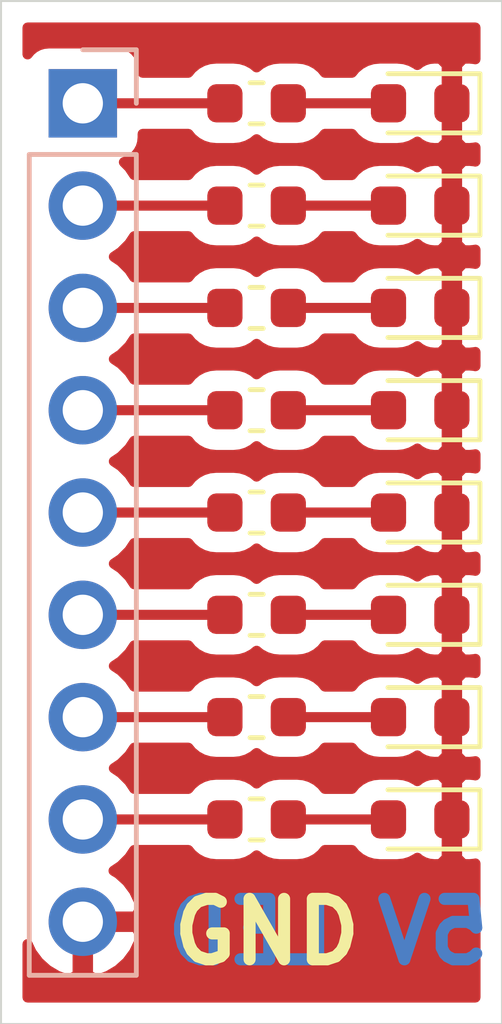
<source format=kicad_pcb>
(kicad_pcb (version 20171130) (host pcbnew "(5.1.5)-3")

  (general
    (thickness 1.6)
    (drawings 6)
    (tracks 16)
    (zones 0)
    (modules 17)
    (nets 18)
  )

  (page A4)
  (layers
    (0 F.Cu signal)
    (31 B.Cu signal)
    (32 B.Adhes user)
    (33 F.Adhes user)
    (34 B.Paste user)
    (35 F.Paste user)
    (36 B.SilkS user)
    (37 F.SilkS user)
    (38 B.Mask user)
    (39 F.Mask user)
    (40 Dwgs.User user)
    (41 Cmts.User user)
    (42 Eco1.User user)
    (43 Eco2.User user)
    (44 Edge.Cuts user)
    (45 Margin user)
    (46 B.CrtYd user)
    (47 F.CrtYd user)
    (48 B.Fab user)
    (49 F.Fab user)
  )

  (setup
    (last_trace_width 0.25)
    (trace_clearance 0.25)
    (zone_clearance 0.508)
    (zone_45_only yes)
    (trace_min 0.25)
    (via_size 0.8)
    (via_drill 0.4)
    (via_min_size 0.4)
    (via_min_drill 0.3)
    (uvia_size 0.3)
    (uvia_drill 0.1)
    (uvias_allowed no)
    (uvia_min_size 0.2)
    (uvia_min_drill 0.1)
    (edge_width 0.05)
    (segment_width 0.2)
    (pcb_text_width 0.3)
    (pcb_text_size 1.5 1.5)
    (mod_edge_width 0.12)
    (mod_text_size 1 1)
    (mod_text_width 0.15)
    (pad_size 1.524 1.524)
    (pad_drill 0.762)
    (pad_to_mask_clearance 0.051)
    (solder_mask_min_width 0.25)
    (aux_axis_origin 0 0)
    (visible_elements 7FFFFFFF)
    (pcbplotparams
      (layerselection 0x010fc_ffffffff)
      (usegerberextensions false)
      (usegerberattributes false)
      (usegerberadvancedattributes false)
      (creategerberjobfile false)
      (excludeedgelayer true)
      (linewidth 0.100000)
      (plotframeref false)
      (viasonmask false)
      (mode 1)
      (useauxorigin false)
      (hpglpennumber 1)
      (hpglpenspeed 20)
      (hpglpendiameter 15.000000)
      (psnegative false)
      (psa4output false)
      (plotreference true)
      (plotvalue true)
      (plotinvisibletext false)
      (padsonsilk false)
      (subtractmaskfromsilk false)
      (outputformat 1)
      (mirror false)
      (drillshape 0)
      (scaleselection 1)
      (outputdirectory "C:/Users/dan/Desktop/"))
  )

  (net 0 "")
  (net 1 "Net-(D1-Pad2)")
  (net 2 GND)
  (net 3 "Net-(D2-Pad2)")
  (net 4 "Net-(D3-Pad2)")
  (net 5 "Net-(D4-Pad2)")
  (net 6 "Net-(D5-Pad2)")
  (net 7 "Net-(D6-Pad2)")
  (net 8 "Net-(D7-Pad2)")
  (net 9 "Net-(D8-Pad2)")
  (net 10 "Net-(J1-Pad8)")
  (net 11 "Net-(J1-Pad7)")
  (net 12 "Net-(J1-Pad6)")
  (net 13 "Net-(J1-Pad5)")
  (net 14 "Net-(J1-Pad4)")
  (net 15 "Net-(J1-Pad3)")
  (net 16 "Net-(J1-Pad2)")
  (net 17 "Net-(J1-Pad1)")

  (net_class Default "This is the default net class."
    (clearance 0.25)
    (trace_width 0.25)
    (via_dia 0.8)
    (via_drill 0.4)
    (uvia_dia 0.3)
    (uvia_drill 0.1)
    (diff_pair_width 0.25)
    (diff_pair_gap 0.25)
    (add_net GND)
    (add_net "Net-(D1-Pad2)")
    (add_net "Net-(D2-Pad2)")
    (add_net "Net-(D3-Pad2)")
    (add_net "Net-(D4-Pad2)")
    (add_net "Net-(D5-Pad2)")
    (add_net "Net-(D6-Pad2)")
    (add_net "Net-(D7-Pad2)")
    (add_net "Net-(D8-Pad2)")
    (add_net "Net-(J1-Pad1)")
    (add_net "Net-(J1-Pad2)")
    (add_net "Net-(J1-Pad3)")
    (add_net "Net-(J1-Pad4)")
    (add_net "Net-(J1-Pad5)")
    (add_net "Net-(J1-Pad6)")
    (add_net "Net-(J1-Pad7)")
    (add_net "Net-(J1-Pad8)")
  )

  (module Connector_PinHeader_2.54mm:PinHeader_1x09_P2.54mm_Vertical (layer B.Cu) (tedit 59FED5CC) (tstamp 5E36A1FD)
    (at 137.922 96.52 180)
    (descr "Through hole straight pin header, 1x09, 2.54mm pitch, single row")
    (tags "Through hole pin header THT 1x09 2.54mm single row")
    (path /5E3BA336)
    (fp_text reference J1 (at 0 2.33) (layer B.SilkS) hide
      (effects (font (size 1 1) (thickness 0.15)) (justify mirror))
    )
    (fp_text value Conn_01x09 (at 0 -22.65) (layer B.Fab) hide
      (effects (font (size 1 1) (thickness 0.15)) (justify mirror))
    )
    (fp_text user %R (at 0 -10.16 270) (layer B.Fab)
      (effects (font (size 1 1) (thickness 0.15)) (justify mirror))
    )
    (fp_line (start 1.8 1.8) (end -1.8 1.8) (layer B.CrtYd) (width 0.05))
    (fp_line (start 1.8 -22.1) (end 1.8 1.8) (layer B.CrtYd) (width 0.05))
    (fp_line (start -1.8 -22.1) (end 1.8 -22.1) (layer B.CrtYd) (width 0.05))
    (fp_line (start -1.8 1.8) (end -1.8 -22.1) (layer B.CrtYd) (width 0.05))
    (fp_line (start -1.33 1.33) (end 0 1.33) (layer B.SilkS) (width 0.12))
    (fp_line (start -1.33 0) (end -1.33 1.33) (layer B.SilkS) (width 0.12))
    (fp_line (start -1.33 -1.27) (end 1.33 -1.27) (layer B.SilkS) (width 0.12))
    (fp_line (start 1.33 -1.27) (end 1.33 -21.65) (layer B.SilkS) (width 0.12))
    (fp_line (start -1.33 -1.27) (end -1.33 -21.65) (layer B.SilkS) (width 0.12))
    (fp_line (start -1.33 -21.65) (end 1.33 -21.65) (layer B.SilkS) (width 0.12))
    (fp_line (start -1.27 0.635) (end -0.635 1.27) (layer B.Fab) (width 0.1))
    (fp_line (start -1.27 -21.59) (end -1.27 0.635) (layer B.Fab) (width 0.1))
    (fp_line (start 1.27 -21.59) (end -1.27 -21.59) (layer B.Fab) (width 0.1))
    (fp_line (start 1.27 1.27) (end 1.27 -21.59) (layer B.Fab) (width 0.1))
    (fp_line (start -0.635 1.27) (end 1.27 1.27) (layer B.Fab) (width 0.1))
    (pad 9 thru_hole oval (at 0 -20.32 180) (size 1.7 1.7) (drill 1) (layers *.Cu *.Mask)
      (net 2 GND))
    (pad 8 thru_hole oval (at 0 -17.78 180) (size 1.7 1.7) (drill 1) (layers *.Cu *.Mask)
      (net 10 "Net-(J1-Pad8)"))
    (pad 7 thru_hole oval (at 0 -15.24 180) (size 1.7 1.7) (drill 1) (layers *.Cu *.Mask)
      (net 11 "Net-(J1-Pad7)"))
    (pad 6 thru_hole oval (at 0 -12.7 180) (size 1.7 1.7) (drill 1) (layers *.Cu *.Mask)
      (net 12 "Net-(J1-Pad6)"))
    (pad 5 thru_hole oval (at 0 -10.16 180) (size 1.7 1.7) (drill 1) (layers *.Cu *.Mask)
      (net 13 "Net-(J1-Pad5)"))
    (pad 4 thru_hole oval (at 0 -7.62 180) (size 1.7 1.7) (drill 1) (layers *.Cu *.Mask)
      (net 14 "Net-(J1-Pad4)"))
    (pad 3 thru_hole oval (at 0 -5.08 180) (size 1.7 1.7) (drill 1) (layers *.Cu *.Mask)
      (net 15 "Net-(J1-Pad3)"))
    (pad 2 thru_hole oval (at 0 -2.54 180) (size 1.7 1.7) (drill 1) (layers *.Cu *.Mask)
      (net 16 "Net-(J1-Pad2)"))
    (pad 1 thru_hole rect (at 0 0 180) (size 1.7 1.7) (drill 1) (layers *.Cu *.Mask)
      (net 17 "Net-(J1-Pad1)"))
    (model ${KISYS3DMOD}/Connector_PinHeader_2.54mm.3dshapes/PinHeader_1x09_P2.54mm_Vertical.wrl
      (at (xyz 0 0 0))
      (scale (xyz 1 1 1))
      (rotate (xyz 0 0 0))
    )
  )

  (module Resistor_SMD:R_0603_1608Metric (layer F.Cu) (tedit 5B301BBD) (tstamp 5E36A285)
    (at 142.24 114.3)
    (descr "Resistor SMD 0603 (1608 Metric), square (rectangular) end terminal, IPC_7351 nominal, (Body size source: http://www.tortai-tech.com/upload/download/2011102023233369053.pdf), generated with kicad-footprint-generator")
    (tags resistor)
    (path /5E36E5E3)
    (attr smd)
    (fp_text reference R8 (at 0 -1.43) (layer F.SilkS) hide
      (effects (font (size 1 1) (thickness 0.15)))
    )
    (fp_text value 120 (at 0 1.43) (layer F.Fab) hide
      (effects (font (size 1 1) (thickness 0.15)))
    )
    (fp_text user %R (at 0 0) (layer F.Fab) hide
      (effects (font (size 0.4 0.4) (thickness 0.06)))
    )
    (fp_line (start 1.48 0.73) (end -1.48 0.73) (layer F.CrtYd) (width 0.05))
    (fp_line (start 1.48 -0.73) (end 1.48 0.73) (layer F.CrtYd) (width 0.05))
    (fp_line (start -1.48 -0.73) (end 1.48 -0.73) (layer F.CrtYd) (width 0.05))
    (fp_line (start -1.48 0.73) (end -1.48 -0.73) (layer F.CrtYd) (width 0.05))
    (fp_line (start -0.162779 0.51) (end 0.162779 0.51) (layer F.SilkS) (width 0.12))
    (fp_line (start -0.162779 -0.51) (end 0.162779 -0.51) (layer F.SilkS) (width 0.12))
    (fp_line (start 0.8 0.4) (end -0.8 0.4) (layer F.Fab) (width 0.1))
    (fp_line (start 0.8 -0.4) (end 0.8 0.4) (layer F.Fab) (width 0.1))
    (fp_line (start -0.8 -0.4) (end 0.8 -0.4) (layer F.Fab) (width 0.1))
    (fp_line (start -0.8 0.4) (end -0.8 -0.4) (layer F.Fab) (width 0.1))
    (pad 2 smd roundrect (at 0.7875 0) (size 0.875 0.95) (layers F.Cu F.Paste F.Mask) (roundrect_rratio 0.25)
      (net 9 "Net-(D8-Pad2)"))
    (pad 1 smd roundrect (at -0.7875 0) (size 0.875 0.95) (layers F.Cu F.Paste F.Mask) (roundrect_rratio 0.25)
      (net 10 "Net-(J1-Pad8)"))
    (model ${KISYS3DMOD}/Resistor_SMD.3dshapes/R_0603_1608Metric.wrl
      (at (xyz 0 0 0))
      (scale (xyz 1 1 1))
      (rotate (xyz 0 0 0))
    )
  )

  (module Resistor_SMD:R_0603_1608Metric (layer F.Cu) (tedit 5B301BBD) (tstamp 5E36A274)
    (at 142.24 111.76)
    (descr "Resistor SMD 0603 (1608 Metric), square (rectangular) end terminal, IPC_7351 nominal, (Body size source: http://www.tortai-tech.com/upload/download/2011102023233369053.pdf), generated with kicad-footprint-generator")
    (tags resistor)
    (path /5E3C08A3)
    (attr smd)
    (fp_text reference R7 (at 0 -1.43) (layer F.SilkS) hide
      (effects (font (size 1 1) (thickness 0.15)))
    )
    (fp_text value 120 (at 0 1.43) (layer F.Fab) hide
      (effects (font (size 1 1) (thickness 0.15)))
    )
    (fp_text user %R (at 0 0) (layer F.Fab) hide
      (effects (font (size 0.4 0.4) (thickness 0.06)))
    )
    (fp_line (start 1.48 0.73) (end -1.48 0.73) (layer F.CrtYd) (width 0.05))
    (fp_line (start 1.48 -0.73) (end 1.48 0.73) (layer F.CrtYd) (width 0.05))
    (fp_line (start -1.48 -0.73) (end 1.48 -0.73) (layer F.CrtYd) (width 0.05))
    (fp_line (start -1.48 0.73) (end -1.48 -0.73) (layer F.CrtYd) (width 0.05))
    (fp_line (start -0.162779 0.51) (end 0.162779 0.51) (layer F.SilkS) (width 0.12))
    (fp_line (start -0.162779 -0.51) (end 0.162779 -0.51) (layer F.SilkS) (width 0.12))
    (fp_line (start 0.8 0.4) (end -0.8 0.4) (layer F.Fab) (width 0.1))
    (fp_line (start 0.8 -0.4) (end 0.8 0.4) (layer F.Fab) (width 0.1))
    (fp_line (start -0.8 -0.4) (end 0.8 -0.4) (layer F.Fab) (width 0.1))
    (fp_line (start -0.8 0.4) (end -0.8 -0.4) (layer F.Fab) (width 0.1))
    (pad 2 smd roundrect (at 0.7875 0) (size 0.875 0.95) (layers F.Cu F.Paste F.Mask) (roundrect_rratio 0.25)
      (net 8 "Net-(D7-Pad2)"))
    (pad 1 smd roundrect (at -0.7875 0) (size 0.875 0.95) (layers F.Cu F.Paste F.Mask) (roundrect_rratio 0.25)
      (net 11 "Net-(J1-Pad7)"))
    (model ${KISYS3DMOD}/Resistor_SMD.3dshapes/R_0603_1608Metric.wrl
      (at (xyz 0 0 0))
      (scale (xyz 1 1 1))
      (rotate (xyz 0 0 0))
    )
  )

  (module Resistor_SMD:R_0603_1608Metric (layer F.Cu) (tedit 5B301BBD) (tstamp 5E36A263)
    (at 142.24 109.22)
    (descr "Resistor SMD 0603 (1608 Metric), square (rectangular) end terminal, IPC_7351 nominal, (Body size source: http://www.tortai-tech.com/upload/download/2011102023233369053.pdf), generated with kicad-footprint-generator")
    (tags resistor)
    (path /5E3C3BAE)
    (attr smd)
    (fp_text reference R6 (at 0 -1.43) (layer F.SilkS) hide
      (effects (font (size 1 1) (thickness 0.15)))
    )
    (fp_text value 120 (at 0 1.43) (layer F.Fab) hide
      (effects (font (size 1 1) (thickness 0.15)))
    )
    (fp_text user %R (at 0 0) (layer F.Fab) hide
      (effects (font (size 0.4 0.4) (thickness 0.06)))
    )
    (fp_line (start 1.48 0.73) (end -1.48 0.73) (layer F.CrtYd) (width 0.05))
    (fp_line (start 1.48 -0.73) (end 1.48 0.73) (layer F.CrtYd) (width 0.05))
    (fp_line (start -1.48 -0.73) (end 1.48 -0.73) (layer F.CrtYd) (width 0.05))
    (fp_line (start -1.48 0.73) (end -1.48 -0.73) (layer F.CrtYd) (width 0.05))
    (fp_line (start -0.162779 0.51) (end 0.162779 0.51) (layer F.SilkS) (width 0.12))
    (fp_line (start -0.162779 -0.51) (end 0.162779 -0.51) (layer F.SilkS) (width 0.12))
    (fp_line (start 0.8 0.4) (end -0.8 0.4) (layer F.Fab) (width 0.1))
    (fp_line (start 0.8 -0.4) (end 0.8 0.4) (layer F.Fab) (width 0.1))
    (fp_line (start -0.8 -0.4) (end 0.8 -0.4) (layer F.Fab) (width 0.1))
    (fp_line (start -0.8 0.4) (end -0.8 -0.4) (layer F.Fab) (width 0.1))
    (pad 2 smd roundrect (at 0.7875 0) (size 0.875 0.95) (layers F.Cu F.Paste F.Mask) (roundrect_rratio 0.25)
      (net 7 "Net-(D6-Pad2)"))
    (pad 1 smd roundrect (at -0.7875 0) (size 0.875 0.95) (layers F.Cu F.Paste F.Mask) (roundrect_rratio 0.25)
      (net 12 "Net-(J1-Pad6)"))
    (model ${KISYS3DMOD}/Resistor_SMD.3dshapes/R_0603_1608Metric.wrl
      (at (xyz 0 0 0))
      (scale (xyz 1 1 1))
      (rotate (xyz 0 0 0))
    )
  )

  (module Resistor_SMD:R_0603_1608Metric (layer F.Cu) (tedit 5B301BBD) (tstamp 5E36A252)
    (at 142.24 106.68)
    (descr "Resistor SMD 0603 (1608 Metric), square (rectangular) end terminal, IPC_7351 nominal, (Body size source: http://www.tortai-tech.com/upload/download/2011102023233369053.pdf), generated with kicad-footprint-generator")
    (tags resistor)
    (path /5E3C4D5E)
    (attr smd)
    (fp_text reference R5 (at 0 -1.43) (layer F.SilkS) hide
      (effects (font (size 1 1) (thickness 0.15)))
    )
    (fp_text value 120 (at 0 1.43) (layer F.Fab) hide
      (effects (font (size 1 1) (thickness 0.15)))
    )
    (fp_text user %R (at 0 0) (layer F.Fab) hide
      (effects (font (size 0.4 0.4) (thickness 0.06)))
    )
    (fp_line (start 1.48 0.73) (end -1.48 0.73) (layer F.CrtYd) (width 0.05))
    (fp_line (start 1.48 -0.73) (end 1.48 0.73) (layer F.CrtYd) (width 0.05))
    (fp_line (start -1.48 -0.73) (end 1.48 -0.73) (layer F.CrtYd) (width 0.05))
    (fp_line (start -1.48 0.73) (end -1.48 -0.73) (layer F.CrtYd) (width 0.05))
    (fp_line (start -0.162779 0.51) (end 0.162779 0.51) (layer F.SilkS) (width 0.12))
    (fp_line (start -0.162779 -0.51) (end 0.162779 -0.51) (layer F.SilkS) (width 0.12))
    (fp_line (start 0.8 0.4) (end -0.8 0.4) (layer F.Fab) (width 0.1))
    (fp_line (start 0.8 -0.4) (end 0.8 0.4) (layer F.Fab) (width 0.1))
    (fp_line (start -0.8 -0.4) (end 0.8 -0.4) (layer F.Fab) (width 0.1))
    (fp_line (start -0.8 0.4) (end -0.8 -0.4) (layer F.Fab) (width 0.1))
    (pad 2 smd roundrect (at 0.7875 0) (size 0.875 0.95) (layers F.Cu F.Paste F.Mask) (roundrect_rratio 0.25)
      (net 6 "Net-(D5-Pad2)"))
    (pad 1 smd roundrect (at -0.7875 0) (size 0.875 0.95) (layers F.Cu F.Paste F.Mask) (roundrect_rratio 0.25)
      (net 13 "Net-(J1-Pad5)"))
    (model ${KISYS3DMOD}/Resistor_SMD.3dshapes/R_0603_1608Metric.wrl
      (at (xyz 0 0 0))
      (scale (xyz 1 1 1))
      (rotate (xyz 0 0 0))
    )
  )

  (module Resistor_SMD:R_0603_1608Metric (layer F.Cu) (tedit 5B301BBD) (tstamp 5E36A241)
    (at 142.24 104.14)
    (descr "Resistor SMD 0603 (1608 Metric), square (rectangular) end terminal, IPC_7351 nominal, (Body size source: http://www.tortai-tech.com/upload/download/2011102023233369053.pdf), generated with kicad-footprint-generator")
    (tags resistor)
    (path /5E3C611C)
    (attr smd)
    (fp_text reference R4 (at 0 -1.43) (layer F.SilkS) hide
      (effects (font (size 1 1) (thickness 0.15)))
    )
    (fp_text value 120 (at 0 1.43) (layer F.Fab) hide
      (effects (font (size 1 1) (thickness 0.15)))
    )
    (fp_line (start -0.8 0.4) (end -0.8 -0.4) (layer F.Fab) (width 0.1))
    (fp_line (start -0.8 -0.4) (end 0.8 -0.4) (layer F.Fab) (width 0.1))
    (fp_line (start 0.8 -0.4) (end 0.8 0.4) (layer F.Fab) (width 0.1))
    (fp_line (start 0.8 0.4) (end -0.8 0.4) (layer F.Fab) (width 0.1))
    (fp_line (start -0.162779 -0.51) (end 0.162779 -0.51) (layer F.SilkS) (width 0.12))
    (fp_line (start -0.162779 0.51) (end 0.162779 0.51) (layer F.SilkS) (width 0.12))
    (fp_line (start -1.48 0.73) (end -1.48 -0.73) (layer F.CrtYd) (width 0.05))
    (fp_line (start -1.48 -0.73) (end 1.48 -0.73) (layer F.CrtYd) (width 0.05))
    (fp_line (start 1.48 -0.73) (end 1.48 0.73) (layer F.CrtYd) (width 0.05))
    (fp_line (start 1.48 0.73) (end -1.48 0.73) (layer F.CrtYd) (width 0.05))
    (fp_text user %R (at 0 0) (layer F.Fab) hide
      (effects (font (size 0.4 0.4) (thickness 0.06)))
    )
    (pad 1 smd roundrect (at -0.7875 0) (size 0.875 0.95) (layers F.Cu F.Paste F.Mask) (roundrect_rratio 0.25)
      (net 14 "Net-(J1-Pad4)"))
    (pad 2 smd roundrect (at 0.7875 0) (size 0.875 0.95) (layers F.Cu F.Paste F.Mask) (roundrect_rratio 0.25)
      (net 5 "Net-(D4-Pad2)"))
    (model ${KISYS3DMOD}/Resistor_SMD.3dshapes/R_0603_1608Metric.wrl
      (at (xyz 0 0 0))
      (scale (xyz 1 1 1))
      (rotate (xyz 0 0 0))
    )
  )

  (module Resistor_SMD:R_0603_1608Metric (layer F.Cu) (tedit 5B301BBD) (tstamp 5E36A230)
    (at 142.24 101.6)
    (descr "Resistor SMD 0603 (1608 Metric), square (rectangular) end terminal, IPC_7351 nominal, (Body size source: http://www.tortai-tech.com/upload/download/2011102023233369053.pdf), generated with kicad-footprint-generator")
    (tags resistor)
    (path /5E3C75D9)
    (attr smd)
    (fp_text reference R3 (at 0 -1.43) (layer F.SilkS) hide
      (effects (font (size 1 1) (thickness 0.15)))
    )
    (fp_text value 120 (at 0 1.43) (layer F.Fab) hide
      (effects (font (size 1 1) (thickness 0.15)))
    )
    (fp_text user %R (at 0 0) (layer F.Fab) hide
      (effects (font (size 0.4 0.4) (thickness 0.06)))
    )
    (fp_line (start 1.48 0.73) (end -1.48 0.73) (layer F.CrtYd) (width 0.05))
    (fp_line (start 1.48 -0.73) (end 1.48 0.73) (layer F.CrtYd) (width 0.05))
    (fp_line (start -1.48 -0.73) (end 1.48 -0.73) (layer F.CrtYd) (width 0.05))
    (fp_line (start -1.48 0.73) (end -1.48 -0.73) (layer F.CrtYd) (width 0.05))
    (fp_line (start -0.162779 0.51) (end 0.162779 0.51) (layer F.SilkS) (width 0.12))
    (fp_line (start -0.162779 -0.51) (end 0.162779 -0.51) (layer F.SilkS) (width 0.12))
    (fp_line (start 0.8 0.4) (end -0.8 0.4) (layer F.Fab) (width 0.1))
    (fp_line (start 0.8 -0.4) (end 0.8 0.4) (layer F.Fab) (width 0.1))
    (fp_line (start -0.8 -0.4) (end 0.8 -0.4) (layer F.Fab) (width 0.1))
    (fp_line (start -0.8 0.4) (end -0.8 -0.4) (layer F.Fab) (width 0.1))
    (pad 2 smd roundrect (at 0.7875 0) (size 0.875 0.95) (layers F.Cu F.Paste F.Mask) (roundrect_rratio 0.25)
      (net 4 "Net-(D3-Pad2)"))
    (pad 1 smd roundrect (at -0.7875 0) (size 0.875 0.95) (layers F.Cu F.Paste F.Mask) (roundrect_rratio 0.25)
      (net 15 "Net-(J1-Pad3)"))
    (model ${KISYS3DMOD}/Resistor_SMD.3dshapes/R_0603_1608Metric.wrl
      (at (xyz 0 0 0))
      (scale (xyz 1 1 1))
      (rotate (xyz 0 0 0))
    )
  )

  (module Resistor_SMD:R_0603_1608Metric (layer F.Cu) (tedit 5B301BBD) (tstamp 5E36A21F)
    (at 142.24 99.06)
    (descr "Resistor SMD 0603 (1608 Metric), square (rectangular) end terminal, IPC_7351 nominal, (Body size source: http://www.tortai-tech.com/upload/download/2011102023233369053.pdf), generated with kicad-footprint-generator")
    (tags resistor)
    (path /5E3C8C19)
    (attr smd)
    (fp_text reference R2 (at 0 -1.43) (layer F.SilkS) hide
      (effects (font (size 1 1) (thickness 0.15)))
    )
    (fp_text value 120 (at 0 1.43) (layer F.Fab) hide
      (effects (font (size 1 1) (thickness 0.15)))
    )
    (fp_text user %R (at 0 0) (layer F.Fab) hide
      (effects (font (size 0.4 0.4) (thickness 0.06)))
    )
    (fp_line (start 1.48 0.73) (end -1.48 0.73) (layer F.CrtYd) (width 0.05))
    (fp_line (start 1.48 -0.73) (end 1.48 0.73) (layer F.CrtYd) (width 0.05))
    (fp_line (start -1.48 -0.73) (end 1.48 -0.73) (layer F.CrtYd) (width 0.05))
    (fp_line (start -1.48 0.73) (end -1.48 -0.73) (layer F.CrtYd) (width 0.05))
    (fp_line (start -0.162779 0.51) (end 0.162779 0.51) (layer F.SilkS) (width 0.12))
    (fp_line (start -0.162779 -0.51) (end 0.162779 -0.51) (layer F.SilkS) (width 0.12))
    (fp_line (start 0.8 0.4) (end -0.8 0.4) (layer F.Fab) (width 0.1))
    (fp_line (start 0.8 -0.4) (end 0.8 0.4) (layer F.Fab) (width 0.1))
    (fp_line (start -0.8 -0.4) (end 0.8 -0.4) (layer F.Fab) (width 0.1))
    (fp_line (start -0.8 0.4) (end -0.8 -0.4) (layer F.Fab) (width 0.1))
    (pad 2 smd roundrect (at 0.7875 0) (size 0.875 0.95) (layers F.Cu F.Paste F.Mask) (roundrect_rratio 0.25)
      (net 3 "Net-(D2-Pad2)"))
    (pad 1 smd roundrect (at -0.7875 0) (size 0.875 0.95) (layers F.Cu F.Paste F.Mask) (roundrect_rratio 0.25)
      (net 16 "Net-(J1-Pad2)"))
    (model ${KISYS3DMOD}/Resistor_SMD.3dshapes/R_0603_1608Metric.wrl
      (at (xyz 0 0 0))
      (scale (xyz 1 1 1))
      (rotate (xyz 0 0 0))
    )
  )

  (module Resistor_SMD:R_0603_1608Metric (layer F.Cu) (tedit 5B301BBD) (tstamp 5E36A20E)
    (at 142.24 96.52)
    (descr "Resistor SMD 0603 (1608 Metric), square (rectangular) end terminal, IPC_7351 nominal, (Body size source: http://www.tortai-tech.com/upload/download/2011102023233369053.pdf), generated with kicad-footprint-generator")
    (tags resistor)
    (path /5E3C9E2A)
    (attr smd)
    (fp_text reference R1 (at 0 -1.43) (layer F.SilkS) hide
      (effects (font (size 1 1) (thickness 0.15)))
    )
    (fp_text value 120 (at 0 1.43) (layer F.Fab) hide
      (effects (font (size 1 1) (thickness 0.15)))
    )
    (fp_text user %R (at 0 0) (layer F.Fab) hide
      (effects (font (size 0.4 0.4) (thickness 0.06)))
    )
    (fp_line (start 1.48 0.73) (end -1.48 0.73) (layer F.CrtYd) (width 0.05))
    (fp_line (start 1.48 -0.73) (end 1.48 0.73) (layer F.CrtYd) (width 0.05))
    (fp_line (start -1.48 -0.73) (end 1.48 -0.73) (layer F.CrtYd) (width 0.05))
    (fp_line (start -1.48 0.73) (end -1.48 -0.73) (layer F.CrtYd) (width 0.05))
    (fp_line (start -0.162779 0.51) (end 0.162779 0.51) (layer F.SilkS) (width 0.12))
    (fp_line (start -0.162779 -0.51) (end 0.162779 -0.51) (layer F.SilkS) (width 0.12))
    (fp_line (start 0.8 0.4) (end -0.8 0.4) (layer F.Fab) (width 0.1))
    (fp_line (start 0.8 -0.4) (end 0.8 0.4) (layer F.Fab) (width 0.1))
    (fp_line (start -0.8 -0.4) (end 0.8 -0.4) (layer F.Fab) (width 0.1))
    (fp_line (start -0.8 0.4) (end -0.8 -0.4) (layer F.Fab) (width 0.1))
    (pad 2 smd roundrect (at 0.7875 0) (size 0.875 0.95) (layers F.Cu F.Paste F.Mask) (roundrect_rratio 0.25)
      (net 1 "Net-(D1-Pad2)"))
    (pad 1 smd roundrect (at -0.7875 0) (size 0.875 0.95) (layers F.Cu F.Paste F.Mask) (roundrect_rratio 0.25)
      (net 17 "Net-(J1-Pad1)"))
    (model ${KISYS3DMOD}/Resistor_SMD.3dshapes/R_0603_1608Metric.wrl
      (at (xyz 0 0 0))
      (scale (xyz 1 1 1))
      (rotate (xyz 0 0 0))
    )
  )

  (module LED_SMD:LED_0603_1608Metric (layer F.Cu) (tedit 5B301BBE) (tstamp 5E36A1E0)
    (at 146.304 114.3 180)
    (descr "LED SMD 0603 (1608 Metric), square (rectangular) end terminal, IPC_7351 nominal, (Body size source: http://www.tortai-tech.com/upload/download/2011102023233369053.pdf), generated with kicad-footprint-generator")
    (tags diode)
    (path /5E361342)
    (attr smd)
    (fp_text reference D8 (at 0 -1.43 180) (layer F.SilkS) hide
      (effects (font (size 1 1) (thickness 0.15)))
    )
    (fp_text value LED (at 0 1.43 180) (layer F.Fab) hide
      (effects (font (size 1 1) (thickness 0.15)))
    )
    (fp_text user %R (at 0 0 180) (layer F.Fab) hide
      (effects (font (size 0.4 0.4) (thickness 0.06)))
    )
    (fp_line (start 1.48 0.73) (end -1.48 0.73) (layer F.CrtYd) (width 0.05))
    (fp_line (start 1.48 -0.73) (end 1.48 0.73) (layer F.CrtYd) (width 0.05))
    (fp_line (start -1.48 -0.73) (end 1.48 -0.73) (layer F.CrtYd) (width 0.05))
    (fp_line (start -1.48 0.73) (end -1.48 -0.73) (layer F.CrtYd) (width 0.05))
    (fp_line (start -1.485 0.735) (end 0.8 0.735) (layer F.SilkS) (width 0.12))
    (fp_line (start -1.485 -0.735) (end -1.485 0.735) (layer F.SilkS) (width 0.12))
    (fp_line (start 0.8 -0.735) (end -1.485 -0.735) (layer F.SilkS) (width 0.12))
    (fp_line (start 0.8 0.4) (end 0.8 -0.4) (layer F.Fab) (width 0.1))
    (fp_line (start -0.8 0.4) (end 0.8 0.4) (layer F.Fab) (width 0.1))
    (fp_line (start -0.8 -0.1) (end -0.8 0.4) (layer F.Fab) (width 0.1))
    (fp_line (start -0.5 -0.4) (end -0.8 -0.1) (layer F.Fab) (width 0.1))
    (fp_line (start 0.8 -0.4) (end -0.5 -0.4) (layer F.Fab) (width 0.1))
    (pad 2 smd roundrect (at 0.7875 0 180) (size 0.875 0.95) (layers F.Cu F.Paste F.Mask) (roundrect_rratio 0.25)
      (net 9 "Net-(D8-Pad2)"))
    (pad 1 smd roundrect (at -0.7875 0 180) (size 0.875 0.95) (layers F.Cu F.Paste F.Mask) (roundrect_rratio 0.25)
      (net 2 GND))
    (model ${KISYS3DMOD}/LED_SMD.3dshapes/LED_0603_1608Metric.wrl
      (at (xyz 0 0 0))
      (scale (xyz 1 1 1))
      (rotate (xyz 0 0 0))
    )
  )

  (module LED_SMD:LED_0603_1608Metric (layer F.Cu) (tedit 5B301BBE) (tstamp 5E36A1CD)
    (at 146.304 111.76 180)
    (descr "LED SMD 0603 (1608 Metric), square (rectangular) end terminal, IPC_7351 nominal, (Body size source: http://www.tortai-tech.com/upload/download/2011102023233369053.pdf), generated with kicad-footprint-generator")
    (tags diode)
    (path /5E3C089D)
    (attr smd)
    (fp_text reference D7 (at 0 -1.43 180) (layer F.SilkS) hide
      (effects (font (size 1 1) (thickness 0.15)))
    )
    (fp_text value LED (at 0 1.43 180) (layer F.Fab) hide
      (effects (font (size 1 1) (thickness 0.15)))
    )
    (fp_text user %R (at 0 0 180) (layer F.Fab) hide
      (effects (font (size 0.4 0.4) (thickness 0.06)))
    )
    (fp_line (start 1.48 0.73) (end -1.48 0.73) (layer F.CrtYd) (width 0.05))
    (fp_line (start 1.48 -0.73) (end 1.48 0.73) (layer F.CrtYd) (width 0.05))
    (fp_line (start -1.48 -0.73) (end 1.48 -0.73) (layer F.CrtYd) (width 0.05))
    (fp_line (start -1.48 0.73) (end -1.48 -0.73) (layer F.CrtYd) (width 0.05))
    (fp_line (start -1.485 0.735) (end 0.8 0.735) (layer F.SilkS) (width 0.12))
    (fp_line (start -1.485 -0.735) (end -1.485 0.735) (layer F.SilkS) (width 0.12))
    (fp_line (start 0.8 -0.735) (end -1.485 -0.735) (layer F.SilkS) (width 0.12))
    (fp_line (start 0.8 0.4) (end 0.8 -0.4) (layer F.Fab) (width 0.1))
    (fp_line (start -0.8 0.4) (end 0.8 0.4) (layer F.Fab) (width 0.1))
    (fp_line (start -0.8 -0.1) (end -0.8 0.4) (layer F.Fab) (width 0.1))
    (fp_line (start -0.5 -0.4) (end -0.8 -0.1) (layer F.Fab) (width 0.1))
    (fp_line (start 0.8 -0.4) (end -0.5 -0.4) (layer F.Fab) (width 0.1))
    (pad 2 smd roundrect (at 0.7875 0 180) (size 0.875 0.95) (layers F.Cu F.Paste F.Mask) (roundrect_rratio 0.25)
      (net 8 "Net-(D7-Pad2)"))
    (pad 1 smd roundrect (at -0.7875 0 180) (size 0.875 0.95) (layers F.Cu F.Paste F.Mask) (roundrect_rratio 0.25)
      (net 2 GND))
    (model ${KISYS3DMOD}/LED_SMD.3dshapes/LED_0603_1608Metric.wrl
      (at (xyz 0 0 0))
      (scale (xyz 1 1 1))
      (rotate (xyz 0 0 0))
    )
  )

  (module LED_SMD:LED_0603_1608Metric (layer F.Cu) (tedit 5B301BBE) (tstamp 5E36A1BA)
    (at 146.304 109.22 180)
    (descr "LED SMD 0603 (1608 Metric), square (rectangular) end terminal, IPC_7351 nominal, (Body size source: http://www.tortai-tech.com/upload/download/2011102023233369053.pdf), generated with kicad-footprint-generator")
    (tags diode)
    (path /5E3C3BA8)
    (attr smd)
    (fp_text reference D6 (at 0 -1.43 180) (layer F.SilkS) hide
      (effects (font (size 1 1) (thickness 0.15)))
    )
    (fp_text value LED (at 0 1.43 180) (layer F.Fab) hide
      (effects (font (size 1 1) (thickness 0.15)))
    )
    (fp_text user %R (at 0 0 180) (layer F.Fab) hide
      (effects (font (size 0.4 0.4) (thickness 0.06)))
    )
    (fp_line (start 1.48 0.73) (end -1.48 0.73) (layer F.CrtYd) (width 0.05))
    (fp_line (start 1.48 -0.73) (end 1.48 0.73) (layer F.CrtYd) (width 0.05))
    (fp_line (start -1.48 -0.73) (end 1.48 -0.73) (layer F.CrtYd) (width 0.05))
    (fp_line (start -1.48 0.73) (end -1.48 -0.73) (layer F.CrtYd) (width 0.05))
    (fp_line (start -1.485 0.735) (end 0.8 0.735) (layer F.SilkS) (width 0.12))
    (fp_line (start -1.485 -0.735) (end -1.485 0.735) (layer F.SilkS) (width 0.12))
    (fp_line (start 0.8 -0.735) (end -1.485 -0.735) (layer F.SilkS) (width 0.12))
    (fp_line (start 0.8 0.4) (end 0.8 -0.4) (layer F.Fab) (width 0.1))
    (fp_line (start -0.8 0.4) (end 0.8 0.4) (layer F.Fab) (width 0.1))
    (fp_line (start -0.8 -0.1) (end -0.8 0.4) (layer F.Fab) (width 0.1))
    (fp_line (start -0.5 -0.4) (end -0.8 -0.1) (layer F.Fab) (width 0.1))
    (fp_line (start 0.8 -0.4) (end -0.5 -0.4) (layer F.Fab) (width 0.1))
    (pad 2 smd roundrect (at 0.7875 0 180) (size 0.875 0.95) (layers F.Cu F.Paste F.Mask) (roundrect_rratio 0.25)
      (net 7 "Net-(D6-Pad2)"))
    (pad 1 smd roundrect (at -0.7875 0 180) (size 0.875 0.95) (layers F.Cu F.Paste F.Mask) (roundrect_rratio 0.25)
      (net 2 GND))
    (model ${KISYS3DMOD}/LED_SMD.3dshapes/LED_0603_1608Metric.wrl
      (at (xyz 0 0 0))
      (scale (xyz 1 1 1))
      (rotate (xyz 0 0 0))
    )
  )

  (module LED_SMD:LED_0603_1608Metric (layer F.Cu) (tedit 5B301BBE) (tstamp 5E36A1A7)
    (at 146.304 106.68 180)
    (descr "LED SMD 0603 (1608 Metric), square (rectangular) end terminal, IPC_7351 nominal, (Body size source: http://www.tortai-tech.com/upload/download/2011102023233369053.pdf), generated with kicad-footprint-generator")
    (tags diode)
    (path /5E3C4D58)
    (attr smd)
    (fp_text reference D5 (at 0 -1.43 180) (layer F.SilkS) hide
      (effects (font (size 1 1) (thickness 0.15)))
    )
    (fp_text value LED (at 0 1.43 180) (layer F.Fab) hide
      (effects (font (size 1 1) (thickness 0.15)))
    )
    (fp_text user %R (at 0 0 180) (layer F.Fab) hide
      (effects (font (size 0.4 0.4) (thickness 0.06)))
    )
    (fp_line (start 1.48 0.73) (end -1.48 0.73) (layer F.CrtYd) (width 0.05))
    (fp_line (start 1.48 -0.73) (end 1.48 0.73) (layer F.CrtYd) (width 0.05))
    (fp_line (start -1.48 -0.73) (end 1.48 -0.73) (layer F.CrtYd) (width 0.05))
    (fp_line (start -1.48 0.73) (end -1.48 -0.73) (layer F.CrtYd) (width 0.05))
    (fp_line (start -1.485 0.735) (end 0.8 0.735) (layer F.SilkS) (width 0.12))
    (fp_line (start -1.485 -0.735) (end -1.485 0.735) (layer F.SilkS) (width 0.12))
    (fp_line (start 0.8 -0.735) (end -1.485 -0.735) (layer F.SilkS) (width 0.12))
    (fp_line (start 0.8 0.4) (end 0.8 -0.4) (layer F.Fab) (width 0.1))
    (fp_line (start -0.8 0.4) (end 0.8 0.4) (layer F.Fab) (width 0.1))
    (fp_line (start -0.8 -0.1) (end -0.8 0.4) (layer F.Fab) (width 0.1))
    (fp_line (start -0.5 -0.4) (end -0.8 -0.1) (layer F.Fab) (width 0.1))
    (fp_line (start 0.8 -0.4) (end -0.5 -0.4) (layer F.Fab) (width 0.1))
    (pad 2 smd roundrect (at 0.7875 0 180) (size 0.875 0.95) (layers F.Cu F.Paste F.Mask) (roundrect_rratio 0.25)
      (net 6 "Net-(D5-Pad2)"))
    (pad 1 smd roundrect (at -0.7875 0 180) (size 0.875 0.95) (layers F.Cu F.Paste F.Mask) (roundrect_rratio 0.25)
      (net 2 GND))
    (model ${KISYS3DMOD}/LED_SMD.3dshapes/LED_0603_1608Metric.wrl
      (at (xyz 0 0 0))
      (scale (xyz 1 1 1))
      (rotate (xyz 0 0 0))
    )
  )

  (module LED_SMD:LED_0603_1608Metric (layer F.Cu) (tedit 5B301BBE) (tstamp 5E36A194)
    (at 146.304 104.14 180)
    (descr "LED SMD 0603 (1608 Metric), square (rectangular) end terminal, IPC_7351 nominal, (Body size source: http://www.tortai-tech.com/upload/download/2011102023233369053.pdf), generated with kicad-footprint-generator")
    (tags diode)
    (path /5E3C6116)
    (attr smd)
    (fp_text reference D4 (at 0 -1.43 180) (layer F.SilkS) hide
      (effects (font (size 1 1) (thickness 0.15)))
    )
    (fp_text value LED (at 0 1.43 180) (layer F.Fab) hide
      (effects (font (size 1 1) (thickness 0.15)))
    )
    (fp_text user %R (at 0 0 180) (layer F.Fab) hide
      (effects (font (size 0.4 0.4) (thickness 0.06)))
    )
    (fp_line (start 1.48 0.73) (end -1.48 0.73) (layer F.CrtYd) (width 0.05))
    (fp_line (start 1.48 -0.73) (end 1.48 0.73) (layer F.CrtYd) (width 0.05))
    (fp_line (start -1.48 -0.73) (end 1.48 -0.73) (layer F.CrtYd) (width 0.05))
    (fp_line (start -1.48 0.73) (end -1.48 -0.73) (layer F.CrtYd) (width 0.05))
    (fp_line (start -1.485 0.735) (end 0.8 0.735) (layer F.SilkS) (width 0.12))
    (fp_line (start -1.485 -0.735) (end -1.485 0.735) (layer F.SilkS) (width 0.12))
    (fp_line (start 0.8 -0.735) (end -1.485 -0.735) (layer F.SilkS) (width 0.12))
    (fp_line (start 0.8 0.4) (end 0.8 -0.4) (layer F.Fab) (width 0.1))
    (fp_line (start -0.8 0.4) (end 0.8 0.4) (layer F.Fab) (width 0.1))
    (fp_line (start -0.8 -0.1) (end -0.8 0.4) (layer F.Fab) (width 0.1))
    (fp_line (start -0.5 -0.4) (end -0.8 -0.1) (layer F.Fab) (width 0.1))
    (fp_line (start 0.8 -0.4) (end -0.5 -0.4) (layer F.Fab) (width 0.1))
    (pad 2 smd roundrect (at 0.7875 0 180) (size 0.875 0.95) (layers F.Cu F.Paste F.Mask) (roundrect_rratio 0.25)
      (net 5 "Net-(D4-Pad2)"))
    (pad 1 smd roundrect (at -0.7875 0 180) (size 0.875 0.95) (layers F.Cu F.Paste F.Mask) (roundrect_rratio 0.25)
      (net 2 GND))
    (model ${KISYS3DMOD}/LED_SMD.3dshapes/LED_0603_1608Metric.wrl
      (at (xyz 0 0 0))
      (scale (xyz 1 1 1))
      (rotate (xyz 0 0 0))
    )
  )

  (module LED_SMD:LED_0603_1608Metric (layer F.Cu) (tedit 5B301BBE) (tstamp 5E36A181)
    (at 146.304 101.6 180)
    (descr "LED SMD 0603 (1608 Metric), square (rectangular) end terminal, IPC_7351 nominal, (Body size source: http://www.tortai-tech.com/upload/download/2011102023233369053.pdf), generated with kicad-footprint-generator")
    (tags diode)
    (path /5E3C75D3)
    (attr smd)
    (fp_text reference D3 (at 0 -1.43 180) (layer F.SilkS) hide
      (effects (font (size 1 1) (thickness 0.15)))
    )
    (fp_text value LED (at 0 1.43 180) (layer F.Fab) hide
      (effects (font (size 1 1) (thickness 0.15)))
    )
    (fp_text user %R (at 0 0 180) (layer F.Fab) hide
      (effects (font (size 0.4 0.4) (thickness 0.06)))
    )
    (fp_line (start 1.48 0.73) (end -1.48 0.73) (layer F.CrtYd) (width 0.05))
    (fp_line (start 1.48 -0.73) (end 1.48 0.73) (layer F.CrtYd) (width 0.05))
    (fp_line (start -1.48 -0.73) (end 1.48 -0.73) (layer F.CrtYd) (width 0.05))
    (fp_line (start -1.48 0.73) (end -1.48 -0.73) (layer F.CrtYd) (width 0.05))
    (fp_line (start -1.485 0.735) (end 0.8 0.735) (layer F.SilkS) (width 0.12))
    (fp_line (start -1.485 -0.735) (end -1.485 0.735) (layer F.SilkS) (width 0.12))
    (fp_line (start 0.8 -0.735) (end -1.485 -0.735) (layer F.SilkS) (width 0.12))
    (fp_line (start 0.8 0.4) (end 0.8 -0.4) (layer F.Fab) (width 0.1))
    (fp_line (start -0.8 0.4) (end 0.8 0.4) (layer F.Fab) (width 0.1))
    (fp_line (start -0.8 -0.1) (end -0.8 0.4) (layer F.Fab) (width 0.1))
    (fp_line (start -0.5 -0.4) (end -0.8 -0.1) (layer F.Fab) (width 0.1))
    (fp_line (start 0.8 -0.4) (end -0.5 -0.4) (layer F.Fab) (width 0.1))
    (pad 2 smd roundrect (at 0.7875 0 180) (size 0.875 0.95) (layers F.Cu F.Paste F.Mask) (roundrect_rratio 0.25)
      (net 4 "Net-(D3-Pad2)"))
    (pad 1 smd roundrect (at -0.7875 0 180) (size 0.875 0.95) (layers F.Cu F.Paste F.Mask) (roundrect_rratio 0.25)
      (net 2 GND))
    (model ${KISYS3DMOD}/LED_SMD.3dshapes/LED_0603_1608Metric.wrl
      (at (xyz 0 0 0))
      (scale (xyz 1 1 1))
      (rotate (xyz 0 0 0))
    )
  )

  (module LED_SMD:LED_0603_1608Metric (layer F.Cu) (tedit 5B301BBE) (tstamp 5E36A16E)
    (at 146.304 99.06 180)
    (descr "LED SMD 0603 (1608 Metric), square (rectangular) end terminal, IPC_7351 nominal, (Body size source: http://www.tortai-tech.com/upload/download/2011102023233369053.pdf), generated with kicad-footprint-generator")
    (tags diode)
    (path /5E3C8C13)
    (attr smd)
    (fp_text reference D2 (at 0 -1.43 180) (layer F.SilkS) hide
      (effects (font (size 1 1) (thickness 0.15)))
    )
    (fp_text value LED (at 0 1.43 180) (layer F.Fab) hide
      (effects (font (size 1 1) (thickness 0.15)))
    )
    (fp_text user %R (at 0 0 180) (layer F.Fab) hide
      (effects (font (size 0.4 0.4) (thickness 0.06)))
    )
    (fp_line (start 1.48 0.73) (end -1.48 0.73) (layer F.CrtYd) (width 0.05))
    (fp_line (start 1.48 -0.73) (end 1.48 0.73) (layer F.CrtYd) (width 0.05))
    (fp_line (start -1.48 -0.73) (end 1.48 -0.73) (layer F.CrtYd) (width 0.05))
    (fp_line (start -1.48 0.73) (end -1.48 -0.73) (layer F.CrtYd) (width 0.05))
    (fp_line (start -1.485 0.735) (end 0.8 0.735) (layer F.SilkS) (width 0.12))
    (fp_line (start -1.485 -0.735) (end -1.485 0.735) (layer F.SilkS) (width 0.12))
    (fp_line (start 0.8 -0.735) (end -1.485 -0.735) (layer F.SilkS) (width 0.12))
    (fp_line (start 0.8 0.4) (end 0.8 -0.4) (layer F.Fab) (width 0.1))
    (fp_line (start -0.8 0.4) (end 0.8 0.4) (layer F.Fab) (width 0.1))
    (fp_line (start -0.8 -0.1) (end -0.8 0.4) (layer F.Fab) (width 0.1))
    (fp_line (start -0.5 -0.4) (end -0.8 -0.1) (layer F.Fab) (width 0.1))
    (fp_line (start 0.8 -0.4) (end -0.5 -0.4) (layer F.Fab) (width 0.1))
    (pad 2 smd roundrect (at 0.7875 0 180) (size 0.875 0.95) (layers F.Cu F.Paste F.Mask) (roundrect_rratio 0.25)
      (net 3 "Net-(D2-Pad2)"))
    (pad 1 smd roundrect (at -0.7875 0 180) (size 0.875 0.95) (layers F.Cu F.Paste F.Mask) (roundrect_rratio 0.25)
      (net 2 GND))
    (model ${KISYS3DMOD}/LED_SMD.3dshapes/LED_0603_1608Metric.wrl
      (at (xyz 0 0 0))
      (scale (xyz 1 1 1))
      (rotate (xyz 0 0 0))
    )
  )

  (module LED_SMD:LED_0603_1608Metric (layer F.Cu) (tedit 5B301BBE) (tstamp 5E36A15B)
    (at 146.304 96.52 180)
    (descr "LED SMD 0603 (1608 Metric), square (rectangular) end terminal, IPC_7351 nominal, (Body size source: http://www.tortai-tech.com/upload/download/2011102023233369053.pdf), generated with kicad-footprint-generator")
    (tags diode)
    (path /5E3C9E24)
    (attr smd)
    (fp_text reference D1 (at 0 -1.43 180) (layer F.SilkS) hide
      (effects (font (size 1 1) (thickness 0.15)))
    )
    (fp_text value LED (at 0 1.43 180) (layer F.Fab) hide
      (effects (font (size 1 1) (thickness 0.15)))
    )
    (fp_text user %R (at 0 0 180) (layer F.Fab) hide
      (effects (font (size 0.4 0.4) (thickness 0.06)))
    )
    (fp_line (start 1.48 0.73) (end -1.48 0.73) (layer F.CrtYd) (width 0.05))
    (fp_line (start 1.48 -0.73) (end 1.48 0.73) (layer F.CrtYd) (width 0.05))
    (fp_line (start -1.48 -0.73) (end 1.48 -0.73) (layer F.CrtYd) (width 0.05))
    (fp_line (start -1.48 0.73) (end -1.48 -0.73) (layer F.CrtYd) (width 0.05))
    (fp_line (start -1.485 0.735) (end 0.8 0.735) (layer F.SilkS) (width 0.12))
    (fp_line (start -1.485 -0.735) (end -1.485 0.735) (layer F.SilkS) (width 0.12))
    (fp_line (start 0.8 -0.735) (end -1.485 -0.735) (layer F.SilkS) (width 0.12))
    (fp_line (start 0.8 0.4) (end 0.8 -0.4) (layer F.Fab) (width 0.1))
    (fp_line (start -0.8 0.4) (end 0.8 0.4) (layer F.Fab) (width 0.1))
    (fp_line (start -0.8 -0.1) (end -0.8 0.4) (layer F.Fab) (width 0.1))
    (fp_line (start -0.5 -0.4) (end -0.8 -0.1) (layer F.Fab) (width 0.1))
    (fp_line (start 0.8 -0.4) (end -0.5 -0.4) (layer F.Fab) (width 0.1))
    (pad 2 smd roundrect (at 0.7875 0 180) (size 0.875 0.95) (layers F.Cu F.Paste F.Mask) (roundrect_rratio 0.25)
      (net 1 "Net-(D1-Pad2)"))
    (pad 1 smd roundrect (at -0.7875 0 180) (size 0.875 0.95) (layers F.Cu F.Paste F.Mask) (roundrect_rratio 0.25)
      (net 2 GND))
    (model ${KISYS3DMOD}/LED_SMD.3dshapes/LED_0603_1608Metric.wrl
      (at (xyz 0 0 0))
      (scale (xyz 1 1 1))
      (rotate (xyz 0 0 0))
    )
  )

  (gr_text "5V LED" (at 144.018 117.094) (layer B.Cu)
    (effects (font (size 1.5 1.5) (thickness 0.3)) (justify mirror))
  )
  (gr_line (start 148.336 93.98) (end 135.89 93.98) (angle 90) (layer Edge.Cuts) (width 0.05))
  (gr_line (start 148.336 119.38) (end 148.336 93.98) (angle 90) (layer Edge.Cuts) (width 0.05))
  (gr_line (start 135.89 119.38) (end 148.336 119.38) (angle 90) (layer Edge.Cuts) (width 0.05))
  (gr_line (start 135.89 93.98) (end 135.89 119.38) (angle 90) (layer Edge.Cuts) (width 0.05))
  (gr_text GND (at 142.494 117.094) (layer F.SilkS)
    (effects (font (size 1.5 1.5) (thickness 0.3)))
  )

  (segment (start 143.0275 96.52) (end 145.5165 96.52) (width 0.25) (layer F.Cu) (net 1) (status C00000))
  (segment (start 143.0275 99.06) (end 145.5165 99.06) (width 0.25) (layer F.Cu) (net 3) (status C00000))
  (segment (start 143.0275 101.6) (end 145.5165 101.6) (width 0.25) (layer F.Cu) (net 4) (status C00000))
  (segment (start 143.0275 104.14) (end 145.5165 104.14) (width 0.25) (layer F.Cu) (net 5) (status C00000))
  (segment (start 143.0275 106.68) (end 145.5165 106.68) (width 0.25) (layer F.Cu) (net 6) (status C00000))
  (segment (start 143.0275 109.22) (end 145.5165 109.22) (width 0.25) (layer F.Cu) (net 7) (status C00000))
  (segment (start 143.0275 111.76) (end 145.5165 111.76) (width 0.25) (layer F.Cu) (net 8) (status C00000))
  (segment (start 143.0275 114.3) (end 145.5165 114.3) (width 0.25) (layer F.Cu) (net 9) (status C00000))
  (segment (start 137.922 114.3) (end 141.4525 114.3) (width 0.25) (layer F.Cu) (net 10) (status C00000))
  (segment (start 137.922 111.76) (end 141.4525 111.76) (width 0.25) (layer F.Cu) (net 11) (status C00000))
  (segment (start 137.922 109.22) (end 141.4525 109.22) (width 0.25) (layer F.Cu) (net 12) (status C00000))
  (segment (start 137.922 106.68) (end 141.4525 106.68) (width 0.25) (layer F.Cu) (net 13) (status C00000))
  (segment (start 137.922 104.14) (end 141.4525 104.14) (width 0.25) (layer F.Cu) (net 14) (status C00000))
  (segment (start 137.922 101.6) (end 141.4525 101.6) (width 0.25) (layer F.Cu) (net 15) (status C00000))
  (segment (start 137.922 99.06) (end 141.4525 99.06) (width 0.25) (layer F.Cu) (net 16) (status C00000))
  (segment (start 137.922 96.52) (end 141.4525 96.52) (width 0.25) (layer F.Cu) (net 17) (status C00000))

  (zone (net 2) (net_name GND) (layer F.Cu) (tstamp 5E3773B1) (hatch edge 0.508)
    (connect_pads (clearance 0.508))
    (min_thickness 0.254)
    (fill yes (arc_segments 32) (thermal_gap 0.508) (thermal_bridge_width 0.508))
    (polygon
      (pts
        (xy 148.336 119.38) (xy 135.89 119.38) (xy 135.89 93.98) (xy 148.336 93.98)
      )
    )
    (filled_polygon
      (pts
        (xy 147.676001 95.426019) (xy 147.653482 95.419188) (xy 147.529 95.406928) (xy 147.37725 95.41) (xy 147.2185 95.56875)
        (xy 147.2185 96.393) (xy 147.2385 96.393) (xy 147.2385 96.647) (xy 147.2185 96.647) (xy 147.2185 97.47125)
        (xy 147.37725 97.63) (xy 147.529 97.633072) (xy 147.653482 97.620812) (xy 147.676001 97.613981) (xy 147.676001 97.966019)
        (xy 147.653482 97.959188) (xy 147.529 97.946928) (xy 147.37725 97.95) (xy 147.2185 98.10875) (xy 147.2185 98.933)
        (xy 147.2385 98.933) (xy 147.2385 99.187) (xy 147.2185 99.187) (xy 147.2185 100.01125) (xy 147.37725 100.17)
        (xy 147.529 100.173072) (xy 147.653482 100.160812) (xy 147.676001 100.153981) (xy 147.676001 100.506019) (xy 147.653482 100.499188)
        (xy 147.529 100.486928) (xy 147.37725 100.49) (xy 147.2185 100.64875) (xy 147.2185 101.473) (xy 147.2385 101.473)
        (xy 147.2385 101.727) (xy 147.2185 101.727) (xy 147.2185 102.55125) (xy 147.37725 102.71) (xy 147.529 102.713072)
        (xy 147.653482 102.700812) (xy 147.676001 102.693981) (xy 147.676001 103.046019) (xy 147.653482 103.039188) (xy 147.529 103.026928)
        (xy 147.37725 103.03) (xy 147.2185 103.18875) (xy 147.2185 104.013) (xy 147.2385 104.013) (xy 147.2385 104.267)
        (xy 147.2185 104.267) (xy 147.2185 105.09125) (xy 147.37725 105.25) (xy 147.529 105.253072) (xy 147.653482 105.240812)
        (xy 147.676001 105.233981) (xy 147.676001 105.586019) (xy 147.653482 105.579188) (xy 147.529 105.566928) (xy 147.37725 105.57)
        (xy 147.2185 105.72875) (xy 147.2185 106.553) (xy 147.2385 106.553) (xy 147.2385 106.807) (xy 147.2185 106.807)
        (xy 147.2185 107.63125) (xy 147.37725 107.79) (xy 147.529 107.793072) (xy 147.653482 107.780812) (xy 147.676 107.773981)
        (xy 147.676 108.126019) (xy 147.653482 108.119188) (xy 147.529 108.106928) (xy 147.37725 108.11) (xy 147.2185 108.26875)
        (xy 147.2185 109.093) (xy 147.2385 109.093) (xy 147.2385 109.347) (xy 147.2185 109.347) (xy 147.2185 110.17125)
        (xy 147.37725 110.33) (xy 147.529 110.333072) (xy 147.653482 110.320812) (xy 147.676 110.313981) (xy 147.676 110.666019)
        (xy 147.653482 110.659188) (xy 147.529 110.646928) (xy 147.37725 110.65) (xy 147.2185 110.80875) (xy 147.2185 111.633)
        (xy 147.2385 111.633) (xy 147.2385 111.887) (xy 147.2185 111.887) (xy 147.2185 112.71125) (xy 147.37725 112.87)
        (xy 147.529 112.873072) (xy 147.653482 112.860812) (xy 147.676 112.853981) (xy 147.676 113.206019) (xy 147.653482 113.199188)
        (xy 147.529 113.186928) (xy 147.37725 113.19) (xy 147.2185 113.34875) (xy 147.2185 114.173) (xy 147.2385 114.173)
        (xy 147.2385 114.427) (xy 147.2185 114.427) (xy 147.2185 115.25125) (xy 147.37725 115.41) (xy 147.529 115.413072)
        (xy 147.653482 115.400812) (xy 147.676 115.393981) (xy 147.676 118.72) (xy 136.55 118.72) (xy 136.55 117.396219)
        (xy 136.650359 117.60692) (xy 136.824412 117.840269) (xy 137.040645 118.035178) (xy 137.290748 118.184157) (xy 137.565109 118.281481)
        (xy 137.795 118.160814) (xy 137.795 116.967) (xy 138.049 116.967) (xy 138.049 118.160814) (xy 138.278891 118.281481)
        (xy 138.553252 118.184157) (xy 138.803355 118.035178) (xy 139.019588 117.840269) (xy 139.193641 117.60692) (xy 139.318825 117.344099)
        (xy 139.363476 117.19689) (xy 139.242155 116.967) (xy 138.049 116.967) (xy 137.795 116.967) (xy 137.775 116.967)
        (xy 137.775 116.713) (xy 137.795 116.713) (xy 137.795 116.693) (xy 138.049 116.693) (xy 138.049 116.713)
        (xy 139.242155 116.713) (xy 139.363476 116.48311) (xy 139.318825 116.335901) (xy 139.193641 116.07308) (xy 139.019588 115.839731)
        (xy 138.803355 115.644822) (xy 138.686466 115.575195) (xy 138.868632 115.453475) (xy 139.075475 115.246632) (xy 139.200178 115.06)
        (xy 140.544082 115.06) (xy 140.627885 115.162115) (xy 140.757725 115.268671) (xy 140.905858 115.34785) (xy 141.066592 115.396608)
        (xy 141.23375 115.413072) (xy 141.67125 115.413072) (xy 141.838408 115.396608) (xy 141.999142 115.34785) (xy 142.147275 115.268671)
        (xy 142.24 115.192574) (xy 142.332725 115.268671) (xy 142.480858 115.34785) (xy 142.641592 115.396608) (xy 142.80875 115.413072)
        (xy 143.24625 115.413072) (xy 143.413408 115.396608) (xy 143.574142 115.34785) (xy 143.722275 115.268671) (xy 143.852115 115.162115)
        (xy 143.935918 115.06) (xy 144.608082 115.06) (xy 144.691885 115.162115) (xy 144.821725 115.268671) (xy 144.969858 115.34785)
        (xy 145.130592 115.396608) (xy 145.29775 115.413072) (xy 145.73525 115.413072) (xy 145.902408 115.396608) (xy 146.063142 115.34785)
        (xy 146.211275 115.268671) (xy 146.23293 115.2509) (xy 146.299506 115.305537) (xy 146.40982 115.364502) (xy 146.529518 115.400812)
        (xy 146.654 115.413072) (xy 146.80575 115.41) (xy 146.9645 115.25125) (xy 146.9645 114.427) (xy 146.9445 114.427)
        (xy 146.9445 114.173) (xy 146.9645 114.173) (xy 146.9645 113.34875) (xy 146.80575 113.19) (xy 146.654 113.186928)
        (xy 146.529518 113.199188) (xy 146.40982 113.235498) (xy 146.299506 113.294463) (xy 146.23293 113.3491) (xy 146.211275 113.331329)
        (xy 146.063142 113.25215) (xy 145.902408 113.203392) (xy 145.73525 113.186928) (xy 145.29775 113.186928) (xy 145.130592 113.203392)
        (xy 144.969858 113.25215) (xy 144.821725 113.331329) (xy 144.691885 113.437885) (xy 144.608082 113.54) (xy 143.935918 113.54)
        (xy 143.852115 113.437885) (xy 143.722275 113.331329) (xy 143.574142 113.25215) (xy 143.413408 113.203392) (xy 143.24625 113.186928)
        (xy 142.80875 113.186928) (xy 142.641592 113.203392) (xy 142.480858 113.25215) (xy 142.332725 113.331329) (xy 142.24 113.407426)
        (xy 142.147275 113.331329) (xy 141.999142 113.25215) (xy 141.838408 113.203392) (xy 141.67125 113.186928) (xy 141.23375 113.186928)
        (xy 141.066592 113.203392) (xy 140.905858 113.25215) (xy 140.757725 113.331329) (xy 140.627885 113.437885) (xy 140.544082 113.54)
        (xy 139.200178 113.54) (xy 139.075475 113.353368) (xy 138.868632 113.146525) (xy 138.69424 113.03) (xy 138.868632 112.913475)
        (xy 139.075475 112.706632) (xy 139.200178 112.52) (xy 140.544082 112.52) (xy 140.627885 112.622115) (xy 140.757725 112.728671)
        (xy 140.905858 112.80785) (xy 141.066592 112.856608) (xy 141.23375 112.873072) (xy 141.67125 112.873072) (xy 141.838408 112.856608)
        (xy 141.999142 112.80785) (xy 142.147275 112.728671) (xy 142.24 112.652574) (xy 142.332725 112.728671) (xy 142.480858 112.80785)
        (xy 142.641592 112.856608) (xy 142.80875 112.873072) (xy 143.24625 112.873072) (xy 143.413408 112.856608) (xy 143.574142 112.80785)
        (xy 143.722275 112.728671) (xy 143.852115 112.622115) (xy 143.935918 112.52) (xy 144.608082 112.52) (xy 144.691885 112.622115)
        (xy 144.821725 112.728671) (xy 144.969858 112.80785) (xy 145.130592 112.856608) (xy 145.29775 112.873072) (xy 145.73525 112.873072)
        (xy 145.902408 112.856608) (xy 146.063142 112.80785) (xy 146.211275 112.728671) (xy 146.23293 112.7109) (xy 146.299506 112.765537)
        (xy 146.40982 112.824502) (xy 146.529518 112.860812) (xy 146.654 112.873072) (xy 146.80575 112.87) (xy 146.9645 112.71125)
        (xy 146.9645 111.887) (xy 146.9445 111.887) (xy 146.9445 111.633) (xy 146.9645 111.633) (xy 146.9645 110.80875)
        (xy 146.80575 110.65) (xy 146.654 110.646928) (xy 146.529518 110.659188) (xy 146.40982 110.695498) (xy 146.299506 110.754463)
        (xy 146.23293 110.8091) (xy 146.211275 110.791329) (xy 146.063142 110.71215) (xy 145.902408 110.663392) (xy 145.73525 110.646928)
        (xy 145.29775 110.646928) (xy 145.130592 110.663392) (xy 144.969858 110.71215) (xy 144.821725 110.791329) (xy 144.691885 110.897885)
        (xy 144.608082 111) (xy 143.935918 111) (xy 143.852115 110.897885) (xy 143.722275 110.791329) (xy 143.574142 110.71215)
        (xy 143.413408 110.663392) (xy 143.24625 110.646928) (xy 142.80875 110.646928) (xy 142.641592 110.663392) (xy 142.480858 110.71215)
        (xy 142.332725 110.791329) (xy 142.24 110.867426) (xy 142.147275 110.791329) (xy 141.999142 110.71215) (xy 141.838408 110.663392)
        (xy 141.67125 110.646928) (xy 141.23375 110.646928) (xy 141.066592 110.663392) (xy 140.905858 110.71215) (xy 140.757725 110.791329)
        (xy 140.627885 110.897885) (xy 140.544082 111) (xy 139.200178 111) (xy 139.075475 110.813368) (xy 138.868632 110.606525)
        (xy 138.69424 110.49) (xy 138.868632 110.373475) (xy 139.075475 110.166632) (xy 139.200178 109.98) (xy 140.544082 109.98)
        (xy 140.627885 110.082115) (xy 140.757725 110.188671) (xy 140.905858 110.26785) (xy 141.066592 110.316608) (xy 141.23375 110.333072)
        (xy 141.67125 110.333072) (xy 141.838408 110.316608) (xy 141.999142 110.26785) (xy 142.147275 110.188671) (xy 142.24 110.112574)
        (xy 142.332725 110.188671) (xy 142.480858 110.26785) (xy 142.641592 110.316608) (xy 142.80875 110.333072) (xy 143.24625 110.333072)
        (xy 143.413408 110.316608) (xy 143.574142 110.26785) (xy 143.722275 110.188671) (xy 143.852115 110.082115) (xy 143.935918 109.98)
        (xy 144.608082 109.98) (xy 144.691885 110.082115) (xy 144.821725 110.188671) (xy 144.969858 110.26785) (xy 145.130592 110.316608)
        (xy 145.29775 110.333072) (xy 145.73525 110.333072) (xy 145.902408 110.316608) (xy 146.063142 110.26785) (xy 146.211275 110.188671)
        (xy 146.23293 110.1709) (xy 146.299506 110.225537) (xy 146.40982 110.284502) (xy 146.529518 110.320812) (xy 146.654 110.333072)
        (xy 146.80575 110.33) (xy 146.9645 110.17125) (xy 146.9645 109.347) (xy 146.9445 109.347) (xy 146.9445 109.093)
        (xy 146.9645 109.093) (xy 146.9645 108.26875) (xy 146.80575 108.11) (xy 146.654 108.106928) (xy 146.529518 108.119188)
        (xy 146.40982 108.155498) (xy 146.299506 108.214463) (xy 146.23293 108.2691) (xy 146.211275 108.251329) (xy 146.063142 108.17215)
        (xy 145.902408 108.123392) (xy 145.73525 108.106928) (xy 145.29775 108.106928) (xy 145.130592 108.123392) (xy 144.969858 108.17215)
        (xy 144.821725 108.251329) (xy 144.691885 108.357885) (xy 144.608082 108.46) (xy 143.935918 108.46) (xy 143.852115 108.357885)
        (xy 143.722275 108.251329) (xy 143.574142 108.17215) (xy 143.413408 108.123392) (xy 143.24625 108.106928) (xy 142.80875 108.106928)
        (xy 142.641592 108.123392) (xy 142.480858 108.17215) (xy 142.332725 108.251329) (xy 142.24 108.327426) (xy 142.147275 108.251329)
        (xy 141.999142 108.17215) (xy 141.838408 108.123392) (xy 141.67125 108.106928) (xy 141.23375 108.106928) (xy 141.066592 108.123392)
        (xy 140.905858 108.17215) (xy 140.757725 108.251329) (xy 140.627885 108.357885) (xy 140.544082 108.46) (xy 139.200178 108.46)
        (xy 139.075475 108.273368) (xy 138.868632 108.066525) (xy 138.69424 107.95) (xy 138.868632 107.833475) (xy 139.075475 107.626632)
        (xy 139.200178 107.44) (xy 140.544082 107.44) (xy 140.627885 107.542115) (xy 140.757725 107.648671) (xy 140.905858 107.72785)
        (xy 141.066592 107.776608) (xy 141.23375 107.793072) (xy 141.67125 107.793072) (xy 141.838408 107.776608) (xy 141.999142 107.72785)
        (xy 142.147275 107.648671) (xy 142.24 107.572574) (xy 142.332725 107.648671) (xy 142.480858 107.72785) (xy 142.641592 107.776608)
        (xy 142.80875 107.793072) (xy 143.24625 107.793072) (xy 143.413408 107.776608) (xy 143.574142 107.72785) (xy 143.722275 107.648671)
        (xy 143.852115 107.542115) (xy 143.935918 107.44) (xy 144.608082 107.44) (xy 144.691885 107.542115) (xy 144.821725 107.648671)
        (xy 144.969858 107.72785) (xy 145.130592 107.776608) (xy 145.29775 107.793072) (xy 145.73525 107.793072) (xy 145.902408 107.776608)
        (xy 146.063142 107.72785) (xy 146.211275 107.648671) (xy 146.23293 107.6309) (xy 146.299506 107.685537) (xy 146.40982 107.744502)
        (xy 146.529518 107.780812) (xy 146.654 107.793072) (xy 146.80575 107.79) (xy 146.9645 107.63125) (xy 146.9645 106.807)
        (xy 146.9445 106.807) (xy 146.9445 106.553) (xy 146.9645 106.553) (xy 146.9645 105.72875) (xy 146.80575 105.57)
        (xy 146.654 105.566928) (xy 146.529518 105.579188) (xy 146.40982 105.615498) (xy 146.299506 105.674463) (xy 146.23293 105.7291)
        (xy 146.211275 105.711329) (xy 146.063142 105.63215) (xy 145.902408 105.583392) (xy 145.73525 105.566928) (xy 145.29775 105.566928)
        (xy 145.130592 105.583392) (xy 144.969858 105.63215) (xy 144.821725 105.711329) (xy 144.691885 105.817885) (xy 144.608082 105.92)
        (xy 143.935918 105.92) (xy 143.852115 105.817885) (xy 143.722275 105.711329) (xy 143.574142 105.63215) (xy 143.413408 105.583392)
        (xy 143.24625 105.566928) (xy 142.80875 105.566928) (xy 142.641592 105.583392) (xy 142.480858 105.63215) (xy 142.332725 105.711329)
        (xy 142.24 105.787426) (xy 142.147275 105.711329) (xy 141.999142 105.63215) (xy 141.838408 105.583392) (xy 141.67125 105.566928)
        (xy 141.23375 105.566928) (xy 141.066592 105.583392) (xy 140.905858 105.63215) (xy 140.757725 105.711329) (xy 140.627885 105.817885)
        (xy 140.544082 105.92) (xy 139.200178 105.92) (xy 139.075475 105.733368) (xy 138.868632 105.526525) (xy 138.69424 105.41)
        (xy 138.868632 105.293475) (xy 139.075475 105.086632) (xy 139.200178 104.9) (xy 140.544082 104.9) (xy 140.627885 105.002115)
        (xy 140.757725 105.108671) (xy 140.905858 105.18785) (xy 141.066592 105.236608) (xy 141.23375 105.253072) (xy 141.67125 105.253072)
        (xy 141.838408 105.236608) (xy 141.999142 105.18785) (xy 142.147275 105.108671) (xy 142.24 105.032574) (xy 142.332725 105.108671)
        (xy 142.480858 105.18785) (xy 142.641592 105.236608) (xy 142.80875 105.253072) (xy 143.24625 105.253072) (xy 143.413408 105.236608)
        (xy 143.574142 105.18785) (xy 143.722275 105.108671) (xy 143.852115 105.002115) (xy 143.935918 104.9) (xy 144.608082 104.9)
        (xy 144.691885 105.002115) (xy 144.821725 105.108671) (xy 144.969858 105.18785) (xy 145.130592 105.236608) (xy 145.29775 105.253072)
        (xy 145.73525 105.253072) (xy 145.902408 105.236608) (xy 146.063142 105.18785) (xy 146.211275 105.108671) (xy 146.23293 105.0909)
        (xy 146.299506 105.145537) (xy 146.40982 105.204502) (xy 146.529518 105.240812) (xy 146.654 105.253072) (xy 146.80575 105.25)
        (xy 146.9645 105.09125) (xy 146.9645 104.267) (xy 146.9445 104.267) (xy 146.9445 104.013) (xy 146.9645 104.013)
        (xy 146.9645 103.18875) (xy 146.80575 103.03) (xy 146.654 103.026928) (xy 146.529518 103.039188) (xy 146.40982 103.075498)
        (xy 146.299506 103.134463) (xy 146.23293 103.1891) (xy 146.211275 103.171329) (xy 146.063142 103.09215) (xy 145.902408 103.043392)
        (xy 145.73525 103.026928) (xy 145.29775 103.026928) (xy 145.130592 103.043392) (xy 144.969858 103.09215) (xy 144.821725 103.171329)
        (xy 144.691885 103.277885) (xy 144.608082 103.38) (xy 143.935918 103.38) (xy 143.852115 103.277885) (xy 143.722275 103.171329)
        (xy 143.574142 103.09215) (xy 143.413408 103.043392) (xy 143.24625 103.026928) (xy 142.80875 103.026928) (xy 142.641592 103.043392)
        (xy 142.480858 103.09215) (xy 142.332725 103.171329) (xy 142.24 103.247426) (xy 142.147275 103.171329) (xy 141.999142 103.09215)
        (xy 141.838408 103.043392) (xy 141.67125 103.026928) (xy 141.23375 103.026928) (xy 141.066592 103.043392) (xy 140.905858 103.09215)
        (xy 140.757725 103.171329) (xy 140.627885 103.277885) (xy 140.544082 103.38) (xy 139.200178 103.38) (xy 139.075475 103.193368)
        (xy 138.868632 102.986525) (xy 138.69424 102.87) (xy 138.868632 102.753475) (xy 139.075475 102.546632) (xy 139.200178 102.36)
        (xy 140.544082 102.36) (xy 140.627885 102.462115) (xy 140.757725 102.568671) (xy 140.905858 102.64785) (xy 141.066592 102.696608)
        (xy 141.23375 102.713072) (xy 141.67125 102.713072) (xy 141.838408 102.696608) (xy 141.999142 102.64785) (xy 142.147275 102.568671)
        (xy 142.24 102.492574) (xy 142.332725 102.568671) (xy 142.480858 102.64785) (xy 142.641592 102.696608) (xy 142.80875 102.713072)
        (xy 143.24625 102.713072) (xy 143.413408 102.696608) (xy 143.574142 102.64785) (xy 143.722275 102.568671) (xy 143.852115 102.462115)
        (xy 143.935918 102.36) (xy 144.608082 102.36) (xy 144.691885 102.462115) (xy 144.821725 102.568671) (xy 144.969858 102.64785)
        (xy 145.130592 102.696608) (xy 145.29775 102.713072) (xy 145.73525 102.713072) (xy 145.902408 102.696608) (xy 146.063142 102.64785)
        (xy 146.211275 102.568671) (xy 146.23293 102.5509) (xy 146.299506 102.605537) (xy 146.40982 102.664502) (xy 146.529518 102.700812)
        (xy 146.654 102.713072) (xy 146.80575 102.71) (xy 146.9645 102.55125) (xy 146.9645 101.727) (xy 146.9445 101.727)
        (xy 146.9445 101.473) (xy 146.9645 101.473) (xy 146.9645 100.64875) (xy 146.80575 100.49) (xy 146.654 100.486928)
        (xy 146.529518 100.499188) (xy 146.40982 100.535498) (xy 146.299506 100.594463) (xy 146.23293 100.6491) (xy 146.211275 100.631329)
        (xy 146.063142 100.55215) (xy 145.902408 100.503392) (xy 145.73525 100.486928) (xy 145.29775 100.486928) (xy 145.130592 100.503392)
        (xy 144.969858 100.55215) (xy 144.821725 100.631329) (xy 144.691885 100.737885) (xy 144.608082 100.84) (xy 143.935918 100.84)
        (xy 143.852115 100.737885) (xy 143.722275 100.631329) (xy 143.574142 100.55215) (xy 143.413408 100.503392) (xy 143.24625 100.486928)
        (xy 142.80875 100.486928) (xy 142.641592 100.503392) (xy 142.480858 100.55215) (xy 142.332725 100.631329) (xy 142.24 100.707426)
        (xy 142.147275 100.631329) (xy 141.999142 100.55215) (xy 141.838408 100.503392) (xy 141.67125 100.486928) (xy 141.23375 100.486928)
        (xy 141.066592 100.503392) (xy 140.905858 100.55215) (xy 140.757725 100.631329) (xy 140.627885 100.737885) (xy 140.544082 100.84)
        (xy 139.200178 100.84) (xy 139.075475 100.653368) (xy 138.868632 100.446525) (xy 138.69424 100.33) (xy 138.868632 100.213475)
        (xy 139.075475 100.006632) (xy 139.200178 99.82) (xy 140.544082 99.82) (xy 140.627885 99.922115) (xy 140.757725 100.028671)
        (xy 140.905858 100.10785) (xy 141.066592 100.156608) (xy 141.23375 100.173072) (xy 141.67125 100.173072) (xy 141.838408 100.156608)
        (xy 141.999142 100.10785) (xy 142.147275 100.028671) (xy 142.24 99.952574) (xy 142.332725 100.028671) (xy 142.480858 100.10785)
        (xy 142.641592 100.156608) (xy 142.80875 100.173072) (xy 143.24625 100.173072) (xy 143.413408 100.156608) (xy 143.574142 100.10785)
        (xy 143.722275 100.028671) (xy 143.852115 99.922115) (xy 143.935918 99.82) (xy 144.608082 99.82) (xy 144.691885 99.922115)
        (xy 144.821725 100.028671) (xy 144.969858 100.10785) (xy 145.130592 100.156608) (xy 145.29775 100.173072) (xy 145.73525 100.173072)
        (xy 145.902408 100.156608) (xy 146.063142 100.10785) (xy 146.211275 100.028671) (xy 146.23293 100.0109) (xy 146.299506 100.065537)
        (xy 146.40982 100.124502) (xy 146.529518 100.160812) (xy 146.654 100.173072) (xy 146.80575 100.17) (xy 146.9645 100.01125)
        (xy 146.9645 99.187) (xy 146.9445 99.187) (xy 146.9445 98.933) (xy 146.9645 98.933) (xy 146.9645 98.10875)
        (xy 146.80575 97.95) (xy 146.654 97.946928) (xy 146.529518 97.959188) (xy 146.40982 97.995498) (xy 146.299506 98.054463)
        (xy 146.23293 98.1091) (xy 146.211275 98.091329) (xy 146.063142 98.01215) (xy 145.902408 97.963392) (xy 145.73525 97.946928)
        (xy 145.29775 97.946928) (xy 145.130592 97.963392) (xy 144.969858 98.01215) (xy 144.821725 98.091329) (xy 144.691885 98.197885)
        (xy 144.608082 98.3) (xy 143.935918 98.3) (xy 143.852115 98.197885) (xy 143.722275 98.091329) (xy 143.574142 98.01215)
        (xy 143.413408 97.963392) (xy 143.24625 97.946928) (xy 142.80875 97.946928) (xy 142.641592 97.963392) (xy 142.480858 98.01215)
        (xy 142.332725 98.091329) (xy 142.24 98.167426) (xy 142.147275 98.091329) (xy 141.999142 98.01215) (xy 141.838408 97.963392)
        (xy 141.67125 97.946928) (xy 141.23375 97.946928) (xy 141.066592 97.963392) (xy 140.905858 98.01215) (xy 140.757725 98.091329)
        (xy 140.627885 98.197885) (xy 140.544082 98.3) (xy 139.200178 98.3) (xy 139.075475 98.113368) (xy 138.94362 97.981513)
        (xy 139.01618 97.959502) (xy 139.126494 97.900537) (xy 139.223185 97.821185) (xy 139.302537 97.724494) (xy 139.361502 97.61418)
        (xy 139.397812 97.494482) (xy 139.410072 97.37) (xy 139.410072 97.28) (xy 140.544082 97.28) (xy 140.627885 97.382115)
        (xy 140.757725 97.488671) (xy 140.905858 97.56785) (xy 141.066592 97.616608) (xy 141.23375 97.633072) (xy 141.67125 97.633072)
        (xy 141.838408 97.616608) (xy 141.999142 97.56785) (xy 142.147275 97.488671) (xy 142.24 97.412574) (xy 142.332725 97.488671)
        (xy 142.480858 97.56785) (xy 142.641592 97.616608) (xy 142.80875 97.633072) (xy 143.24625 97.633072) (xy 143.413408 97.616608)
        (xy 143.574142 97.56785) (xy 143.722275 97.488671) (xy 143.852115 97.382115) (xy 143.935918 97.28) (xy 144.608082 97.28)
        (xy 144.691885 97.382115) (xy 144.821725 97.488671) (xy 144.969858 97.56785) (xy 145.130592 97.616608) (xy 145.29775 97.633072)
        (xy 145.73525 97.633072) (xy 145.902408 97.616608) (xy 146.063142 97.56785) (xy 146.211275 97.488671) (xy 146.23293 97.4709)
        (xy 146.299506 97.525537) (xy 146.40982 97.584502) (xy 146.529518 97.620812) (xy 146.654 97.633072) (xy 146.80575 97.63)
        (xy 146.9645 97.47125) (xy 146.9645 96.647) (xy 146.9445 96.647) (xy 146.9445 96.393) (xy 146.9645 96.393)
        (xy 146.9645 95.56875) (xy 146.80575 95.41) (xy 146.654 95.406928) (xy 146.529518 95.419188) (xy 146.40982 95.455498)
        (xy 146.299506 95.514463) (xy 146.23293 95.5691) (xy 146.211275 95.551329) (xy 146.063142 95.47215) (xy 145.902408 95.423392)
        (xy 145.73525 95.406928) (xy 145.29775 95.406928) (xy 145.130592 95.423392) (xy 144.969858 95.47215) (xy 144.821725 95.551329)
        (xy 144.691885 95.657885) (xy 144.608082 95.76) (xy 143.935918 95.76) (xy 143.852115 95.657885) (xy 143.722275 95.551329)
        (xy 143.574142 95.47215) (xy 143.413408 95.423392) (xy 143.24625 95.406928) (xy 142.80875 95.406928) (xy 142.641592 95.423392)
        (xy 142.480858 95.47215) (xy 142.332725 95.551329) (xy 142.24 95.627426) (xy 142.147275 95.551329) (xy 141.999142 95.47215)
        (xy 141.838408 95.423392) (xy 141.67125 95.406928) (xy 141.23375 95.406928) (xy 141.066592 95.423392) (xy 140.905858 95.47215)
        (xy 140.757725 95.551329) (xy 140.627885 95.657885) (xy 140.544082 95.76) (xy 139.410072 95.76) (xy 139.410072 95.67)
        (xy 139.397812 95.545518) (xy 139.361502 95.42582) (xy 139.302537 95.315506) (xy 139.223185 95.218815) (xy 139.126494 95.139463)
        (xy 139.01618 95.080498) (xy 138.896482 95.044188) (xy 138.772 95.031928) (xy 137.072 95.031928) (xy 136.947518 95.044188)
        (xy 136.82782 95.080498) (xy 136.717506 95.139463) (xy 136.620815 95.218815) (xy 136.55 95.305104) (xy 136.55 94.64)
        (xy 147.676001 94.64)
      )
    )
  )
)

</source>
